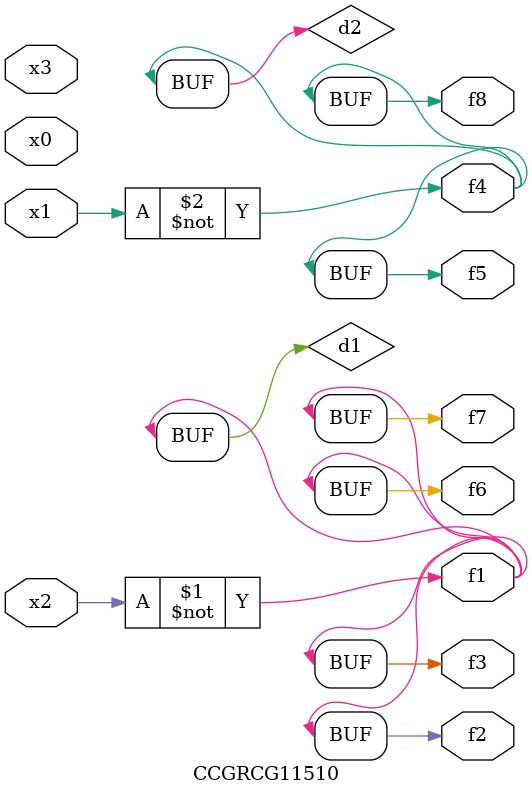
<source format=v>
module CCGRCG11510(
	input x0, x1, x2, x3,
	output f1, f2, f3, f4, f5, f6, f7, f8
);

	wire d1, d2;

	xnor (d1, x2);
	not (d2, x1);
	assign f1 = d1;
	assign f2 = d1;
	assign f3 = d1;
	assign f4 = d2;
	assign f5 = d2;
	assign f6 = d1;
	assign f7 = d1;
	assign f8 = d2;
endmodule

</source>
